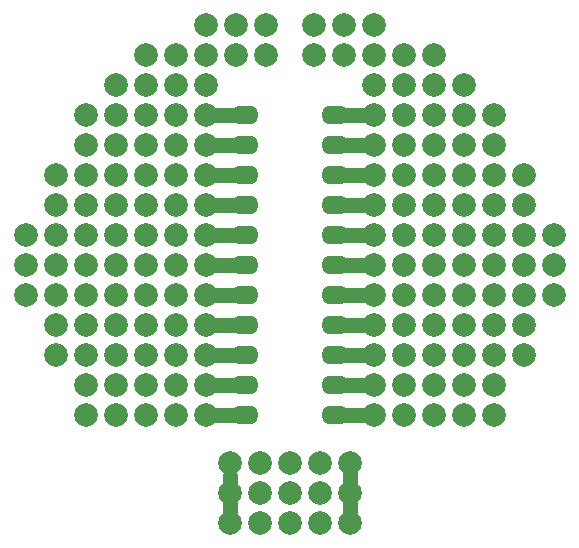
<source format=gbl>
G04 #@! TF.FileFunction,Copper,L2,Bot,Signal*
%FSLAX46Y46*%
G04 Gerber Fmt 4.6, Leading zero omitted, Abs format (unit mm)*
G04 Created by KiCad (PCBNEW 4.0.0-rc1-stable) date Di 22 Sep 2015 21:09:19 CEST*
%MOMM*%
G01*
G04 APERTURE LIST*
%ADD10C,0.100000*%
%ADD11C,1.998980*%
%ADD12O,2.300000X1.600000*%
%ADD13C,1.250000*%
%ADD14C,0.250000*%
G04 APERTURE END LIST*
D10*
D11*
X151130000Y-103124000D03*
X156210000Y-103124000D03*
X153670000Y-103124000D03*
X141986000Y-103124000D03*
X144526000Y-103124000D03*
X147066000Y-103124000D03*
X147066000Y-105664000D03*
X151130000Y-105664000D03*
X158750000Y-105664000D03*
X156210000Y-105664000D03*
X161290000Y-105664000D03*
X153670000Y-105664000D03*
X161290000Y-108204000D03*
X158750000Y-108204000D03*
X163830000Y-108204000D03*
X156210000Y-108204000D03*
X141986000Y-105664000D03*
X139446000Y-105664000D03*
X144526000Y-105664000D03*
X136906000Y-105664000D03*
X139446000Y-108204000D03*
X136906000Y-108204000D03*
X141986000Y-108204000D03*
X134366000Y-108204000D03*
X126746000Y-123444000D03*
X126746000Y-120904000D03*
X126746000Y-125984000D03*
X129286000Y-125984000D03*
X129286000Y-128524000D03*
X129286000Y-131064000D03*
X129286000Y-123444000D03*
X129286000Y-120904000D03*
X129286000Y-115824000D03*
X129286000Y-118364000D03*
X171450000Y-123444000D03*
X171450000Y-120904000D03*
X171450000Y-125984000D03*
X168910000Y-115824000D03*
X168910000Y-118364000D03*
X168910000Y-123444000D03*
X168910000Y-120904000D03*
X168910000Y-128524000D03*
X168910000Y-125984000D03*
X168910000Y-131064000D03*
X158750000Y-113284000D03*
X161290000Y-113284000D03*
X158750000Y-115824000D03*
X161290000Y-115824000D03*
X161290000Y-118364000D03*
X158750000Y-118364000D03*
X163830000Y-113284000D03*
X166370000Y-110744000D03*
X166370000Y-113284000D03*
X163830000Y-110744000D03*
X158750000Y-128524000D03*
X158750000Y-125984000D03*
X161290000Y-125984000D03*
X166370000Y-125984000D03*
X161290000Y-123444000D03*
X166370000Y-120904000D03*
X163830000Y-125984000D03*
X166370000Y-123444000D03*
X163830000Y-120904000D03*
X161290000Y-120904000D03*
X163830000Y-123444000D03*
X158750000Y-123444000D03*
X158750000Y-120904000D03*
X161290000Y-136144000D03*
X166370000Y-136144000D03*
X163830000Y-133604000D03*
X166370000Y-133604000D03*
X163830000Y-136144000D03*
X161290000Y-133604000D03*
X163830000Y-131064000D03*
X163830000Y-128524000D03*
X161290000Y-128524000D03*
X161290000Y-131064000D03*
X166370000Y-128524000D03*
X166370000Y-131064000D03*
X158750000Y-133604000D03*
X158750000Y-131064000D03*
X158750000Y-136144000D03*
X163830000Y-118364000D03*
X166370000Y-118364000D03*
X163830000Y-115824000D03*
X166370000Y-115824000D03*
X161290000Y-110744000D03*
X158750000Y-110744000D03*
X156210000Y-118364000D03*
X156210000Y-115824000D03*
X156210000Y-120904000D03*
X156210000Y-123444000D03*
X156210000Y-125984000D03*
X156210000Y-128524000D03*
X156210000Y-113284000D03*
X156210000Y-131064000D03*
X156210000Y-136144000D03*
X156210000Y-133604000D03*
X144018000Y-145288000D03*
X144018000Y-142748000D03*
X146558000Y-145288000D03*
X146558000Y-142748000D03*
X151638000Y-145288000D03*
X151638000Y-142748000D03*
X149098000Y-145288000D03*
X149098000Y-142748000D03*
X154178000Y-145288000D03*
X154178000Y-142748000D03*
X144018000Y-140208000D03*
X146558000Y-140208000D03*
X149098000Y-140208000D03*
X154178000Y-140208000D03*
X151638000Y-140208000D03*
X131826000Y-125984000D03*
X134366000Y-125984000D03*
X134366000Y-123444000D03*
X131826000Y-120904000D03*
X131826000Y-123444000D03*
X131826000Y-131064000D03*
X131826000Y-128524000D03*
X134366000Y-131064000D03*
X134366000Y-128524000D03*
X136906000Y-131064000D03*
X136906000Y-128524000D03*
X141986000Y-131064000D03*
X139446000Y-131064000D03*
X141986000Y-128524000D03*
X141986000Y-125984000D03*
X139446000Y-125984000D03*
X139446000Y-128524000D03*
X139446000Y-123444000D03*
X139446000Y-120904000D03*
X141986000Y-123444000D03*
X141986000Y-120904000D03*
X136906000Y-125984000D03*
X136906000Y-123444000D03*
X136906000Y-120904000D03*
X134366000Y-120904000D03*
X134366000Y-133604000D03*
X131826000Y-136144000D03*
X131826000Y-133604000D03*
X134366000Y-136144000D03*
X139446000Y-118364000D03*
X141986000Y-118364000D03*
X141986000Y-110744000D03*
X141986000Y-115824000D03*
X141986000Y-113284000D03*
X139446000Y-110744000D03*
X131826000Y-118364000D03*
X136906000Y-118364000D03*
X131826000Y-115824000D03*
X134366000Y-118364000D03*
X136906000Y-110744000D03*
X139446000Y-115824000D03*
X134366000Y-113284000D03*
X136906000Y-115824000D03*
X136906000Y-113284000D03*
X139446000Y-113284000D03*
X134366000Y-115824000D03*
X136906000Y-133604000D03*
X139446000Y-133604000D03*
X139446000Y-136144000D03*
X141986000Y-136144000D03*
X136906000Y-136144000D03*
X141986000Y-133604000D03*
X131826000Y-113284000D03*
X131826000Y-110744000D03*
X134366000Y-110744000D03*
D12*
X145288000Y-136144000D03*
X145288000Y-133604000D03*
X145288000Y-131064000D03*
X145288000Y-128524000D03*
X145288000Y-125984000D03*
X145288000Y-123444000D03*
X145288000Y-120904000D03*
X145288000Y-118364000D03*
X145288000Y-115824000D03*
X145288000Y-113284000D03*
X145288000Y-110744000D03*
X152908000Y-110744000D03*
X152908000Y-113284000D03*
X152908000Y-115824000D03*
X152908000Y-118364000D03*
X152908000Y-120904000D03*
X152908000Y-123444000D03*
X152908000Y-125984000D03*
X152908000Y-128524000D03*
X152908000Y-131064000D03*
X152908000Y-133604000D03*
X152908000Y-136144000D03*
D11*
X156210000Y-110744000D03*
D13*
X152908000Y-110744000D02*
X156210000Y-110744000D01*
X152908000Y-113284000D02*
X156210000Y-113284000D01*
X152908000Y-115824000D02*
X156210000Y-115824000D01*
X152908000Y-118364000D02*
X156210000Y-118364000D01*
X152908000Y-120904000D02*
X156210000Y-120904000D01*
X152908000Y-123444000D02*
X156210000Y-123444000D01*
X152908000Y-125984000D02*
X156210000Y-125984000D01*
X152908000Y-128524000D02*
X156210000Y-128524000D01*
X152908000Y-131064000D02*
X156210000Y-131064000D01*
X152908000Y-133604000D02*
X156210000Y-133604000D01*
X152908000Y-136144000D02*
X156210000Y-136144000D01*
X141986000Y-136144000D02*
X145288000Y-136144000D01*
X141986000Y-133604000D02*
X145288000Y-133604000D01*
X141986000Y-131064000D02*
X145288000Y-131064000D01*
X141986000Y-128524000D02*
X145288000Y-128524000D01*
X141986000Y-125984000D02*
X145288000Y-125984000D01*
X141986000Y-123444000D02*
X145288000Y-123444000D01*
X141986000Y-120904000D02*
X145288000Y-120904000D01*
X141986000Y-118364000D02*
X145288000Y-118364000D01*
X141986000Y-115824000D02*
X145288000Y-115824000D01*
X141986000Y-113284000D02*
X145288000Y-113284000D01*
X141986000Y-110744000D02*
X145288000Y-110744000D01*
X144018000Y-142748000D02*
X144018000Y-141334508D01*
D14*
X144018000Y-141334508D02*
X144018000Y-140208000D01*
D13*
X144018000Y-145288000D02*
X144018000Y-142748000D01*
X154178000Y-145288000D02*
X154178000Y-142748000D01*
X154178000Y-142748000D02*
X154178000Y-140208000D01*
M02*

</source>
